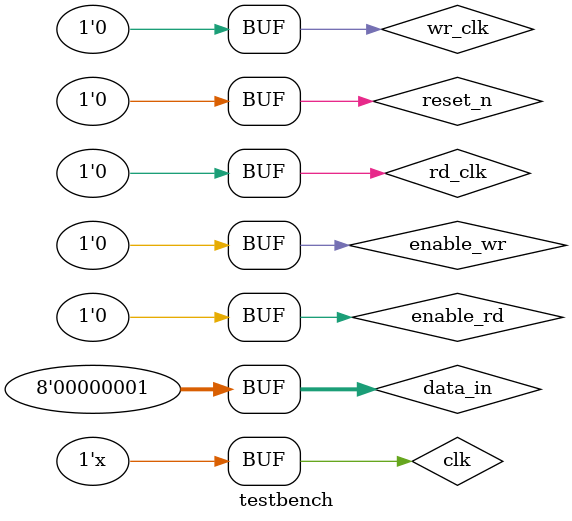
<source format=v>
`timescale 1ns / 1ps


module testbench;

	// Inputs
	reg wr_clk;
	reg rd_clk;
	reg [7:0] data_in;
	reg reset_n;
	reg enable_wr;
	reg enable_rd;

	// Outputs
	wire [7:0] data_out;
	wire f_empty;
	wire f_full;
	wire f_almost_full;
	wire f_almost_empty;
	wire f_half;
	wire f_healthy;

	// Instantiate the Unit Under Test (UUT)
	fifo_top_1 uut (
		.wr_clk(wr_clk), 
		.rd_clk(rd_clk), 
		.data_in(data_in), 
		.data_out(data_out), 
		.reset_n(reset_n), 
		.f_empty(f_empty), 
		.f_full(f_full), 
		.f_almost_full(f_almost_full), 
		.f_almost_empty(f_almost_empty), 
		.f_half(f_half), 
		.f_healthy(f_healthy), 
		.enable_wr(enable_wr), 
		.enable_rd(enable_rd)
	);
always #100 clk=~clk;
	initial begin
		// Initialize Inputs
		wr_clk = 0;
		rd_clk = 0;
		data_in =3'b000;
		reset_n = 0;
		enable_wr = 0;
		enable_rd = 0;

		// Wait 100 ns for global reset to finish
		#100;
        
		
		wr_clk = 0;
		rd_clk = 0;
		data_in = 3'b001;
		reset_n = 0;
		enable_wr = 0;
		enable_rd = 0;

		// Wait 100 ns for global reset to finish
		#100;
        
		// Add stimul
		

	end
      
endmodule


</source>
